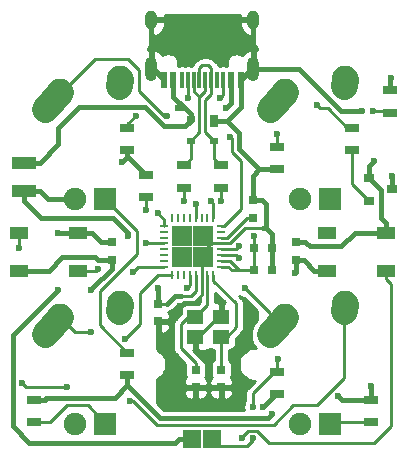
<source format=gbl>
%TF.GenerationSoftware,KiCad,Pcbnew,(5.0.0)*%
%TF.CreationDate,2019-01-27T02:24:25-08:00*%
%TF.ProjectId,Voyager4,566F7961676572342E6B696361645F70,rev?*%
%TF.SameCoordinates,Original*%
%TF.FileFunction,Copper,L2,Bot,Signal*%
%TF.FilePolarity,Positive*%
%FSLAX46Y46*%
G04 Gerber Fmt 4.6, Leading zero omitted, Abs format (unit mm)*
G04 Created by KiCad (PCBNEW (5.0.0)) date 01/27/19 02:24:25*
%MOMM*%
%LPD*%
G01*
G04 APERTURE LIST*
%ADD10C,2.250000*%
%ADD11C,2.250000*%
%ADD12C,1.905000*%
%ADD13R,1.905000X1.905000*%
%ADD14R,0.750000X0.800000*%
%ADD15R,0.800000X0.750000*%
%ADD16R,1.600000X1.000000*%
%ADD17R,2.030000X1.140000*%
%ADD18R,0.900000X0.800000*%
%ADD19R,1.300000X0.700000*%
%ADD20R,1.725000X1.725000*%
%ADD21R,0.700000X0.250000*%
%ADD22R,0.250000X0.700000*%
%ADD23R,0.700000X0.600000*%
%ADD24R,0.700000X1.000000*%
%ADD25O,1.000000X1.600000*%
%ADD26O,1.000000X2.100000*%
%ADD27R,0.300000X1.450000*%
%ADD28R,0.600000X1.450000*%
%ADD29R,1.400000X1.200000*%
%ADD30R,1.500000X1.500000*%
%ADD31C,0.600000*%
%ADD32C,0.254000*%
%ADD33C,0.381000*%
G04 APERTURE END LIST*
D10*
X61257500Y-53947500D03*
D11*
X61237500Y-54237500D02*
X61277500Y-53657500D01*
D10*
X61277500Y-53657500D03*
X55582501Y-55467500D03*
D11*
X54927500Y-56197500D02*
X56237502Y-54737500D01*
D10*
X56237500Y-54737500D03*
D12*
X57467500Y-63817500D03*
D13*
X60007500Y-63817500D03*
D14*
X69850000Y-59194000D03*
X69850000Y-60694000D03*
X67691000Y-60694000D03*
X67691000Y-59194000D03*
X72517000Y-44843000D03*
X72517000Y-46343000D03*
D15*
X72656000Y-48895000D03*
X74156000Y-48895000D03*
D14*
X64516000Y-55106000D03*
X64516000Y-53606000D03*
D15*
X72656000Y-50800000D03*
X74156000Y-50800000D03*
D14*
X60579000Y-49899000D03*
X60579000Y-48399000D03*
X76200000Y-48399000D03*
X76200000Y-49899000D03*
D16*
X52745000Y-50812500D03*
X52745000Y-47612500D03*
X57745000Y-50812500D03*
X57745000Y-47612500D03*
X83780000Y-47612500D03*
X83780000Y-50812500D03*
X78780000Y-47612500D03*
X78780000Y-50812500D03*
D17*
X53181250Y-41662500D03*
X53181250Y-44062500D03*
D10*
X61257500Y-34897500D03*
D11*
X61237500Y-35187500D02*
X61277500Y-34607500D01*
D10*
X61277500Y-34607500D03*
X55582501Y-36417500D03*
D11*
X54927500Y-37147500D02*
X56237502Y-35687500D01*
D10*
X56237500Y-35687500D03*
D12*
X57467500Y-44767500D03*
D13*
X60007500Y-44767500D03*
X79057500Y-44767500D03*
D12*
X76517500Y-44767500D03*
D10*
X75287500Y-35687500D03*
X74632501Y-36417500D03*
D11*
X73977500Y-37147500D02*
X75287502Y-35687500D01*
D10*
X80327500Y-34607500D03*
X80307500Y-34897500D03*
D11*
X80287500Y-35187500D02*
X80327500Y-34607500D01*
D10*
X80307500Y-53947500D03*
D11*
X80287500Y-54237500D02*
X80327500Y-53657500D01*
D10*
X80327500Y-53657500D03*
X74632501Y-55467500D03*
D11*
X73977500Y-56197500D02*
X75287502Y-54737500D01*
D10*
X75287500Y-54737500D03*
D12*
X76517500Y-63817500D03*
D13*
X79057500Y-63817500D03*
D18*
X84343750Y-43942000D03*
X82343750Y-42992000D03*
X82343750Y-44892000D03*
D19*
X74612500Y-61275000D03*
X74612500Y-59375000D03*
X66675000Y-41912500D03*
X66675000Y-43812500D03*
X69850000Y-43812500D03*
X69850000Y-41912500D03*
X74612500Y-42225000D03*
X74612500Y-40325000D03*
X63500000Y-42706250D03*
X63500000Y-44606250D03*
X61912500Y-38737500D03*
X61912500Y-40637500D03*
X61912500Y-59687500D03*
X61912500Y-57787500D03*
X84137500Y-35562500D03*
X84137500Y-37462500D03*
X53975000Y-63656250D03*
X53975000Y-61756250D03*
X82550000Y-63656250D03*
X82550000Y-61756250D03*
X80962500Y-38737500D03*
X80962500Y-40637500D03*
D20*
X68299500Y-49630500D03*
X66574500Y-49630500D03*
X68299500Y-47905500D03*
X66574500Y-47905500D03*
D21*
X69837000Y-50518000D03*
X69837000Y-50018000D03*
X69837000Y-49518000D03*
X69837000Y-49018000D03*
X69837000Y-48518000D03*
X69837000Y-48018000D03*
X69837000Y-47518000D03*
X69837000Y-47018000D03*
D22*
X69187000Y-46368000D03*
X68687000Y-46368000D03*
X68187000Y-46368000D03*
X67687000Y-46368000D03*
X67187000Y-46368000D03*
X66687000Y-46368000D03*
X66187000Y-46368000D03*
X65687000Y-46368000D03*
D21*
X65037000Y-47018000D03*
X65037000Y-47518000D03*
X65037000Y-48018000D03*
X65037000Y-48518000D03*
X65037000Y-49018000D03*
X65037000Y-49518000D03*
X65037000Y-50018000D03*
X65037000Y-50518000D03*
D22*
X65687000Y-51168000D03*
X66187000Y-51168000D03*
X66687000Y-51168000D03*
X67187000Y-51168000D03*
X67687000Y-51168000D03*
X68187000Y-51168000D03*
X68687000Y-51168000D03*
X69187000Y-51168000D03*
D23*
X67262500Y-39843750D03*
X69262500Y-39843750D03*
X67262500Y-37943750D03*
D24*
X69262500Y-38143750D03*
D25*
X72582500Y-29587500D03*
X63942500Y-29587500D03*
D26*
X72582500Y-33767500D03*
X63942500Y-33767500D03*
D27*
X68012500Y-34682500D03*
X68512500Y-34682500D03*
X69012500Y-34682500D03*
X67512500Y-34682500D03*
X69512500Y-34682500D03*
X67012500Y-34682500D03*
X70012500Y-34682500D03*
X66512500Y-34682500D03*
D28*
X65812500Y-34682500D03*
X70712500Y-34682500D03*
X65037500Y-34682500D03*
X71487500Y-34682500D03*
D29*
X69870500Y-54712500D03*
X67670500Y-54712500D03*
X67670500Y-56412500D03*
X69870500Y-56412500D03*
D30*
X69112500Y-65087500D03*
X67412500Y-65087500D03*
D31*
X82804000Y-41529000D03*
X81788000Y-37338000D03*
X56007000Y-47625000D03*
X61468000Y-41656000D03*
X56007000Y-52451000D03*
X72644000Y-47879000D03*
X64516000Y-52324000D03*
X58801000Y-52451000D03*
X76073000Y-51054000D03*
X73406000Y-62357000D03*
X61976000Y-47879000D03*
X62103000Y-61849000D03*
X70231000Y-37084000D03*
X66167000Y-37084000D03*
X64516000Y-45974000D03*
X65278000Y-37719000D03*
X70612000Y-39497000D03*
X61722000Y-56642000D03*
X58801000Y-56007000D03*
X66929000Y-52324000D03*
X71882000Y-52324000D03*
X68961000Y-44958000D03*
X74676000Y-58293000D03*
X72517000Y-62357000D03*
X72517000Y-65024000D03*
X63500000Y-45720000D03*
X63500000Y-48518000D03*
X59436000Y-50673000D03*
X62357000Y-50927000D03*
X66675000Y-44958000D03*
X71374000Y-49784000D03*
X69850000Y-44958000D03*
X71374000Y-48768000D03*
X74549000Y-39243000D03*
X69723000Y-36195000D03*
X67056000Y-36195000D03*
X62611000Y-37719000D03*
X71628000Y-65024000D03*
X56769000Y-60706000D03*
X52959000Y-60325000D03*
X52705000Y-48895000D03*
X82677000Y-37338000D03*
X84328000Y-42799000D03*
X84201000Y-34544000D03*
X74168000Y-62992000D03*
X82550000Y-60579000D03*
X79756000Y-61468000D03*
X67691000Y-45212000D03*
X77978000Y-36830000D03*
D32*
X69187000Y-51168000D02*
X69187000Y-51661000D01*
X69187000Y-51661000D02*
X71120000Y-53594000D01*
X71120000Y-53594000D02*
X71120000Y-55626000D01*
X70333500Y-56412500D02*
X69870500Y-56412500D01*
X71120000Y-55626000D02*
X70333500Y-56412500D01*
X69870500Y-59173500D02*
X69850000Y-59194000D01*
X69870500Y-56412500D02*
X69870500Y-59173500D01*
X69870500Y-54712500D02*
X69620500Y-54712500D01*
X67920500Y-56412500D02*
X67670500Y-56412500D01*
X69620500Y-54712500D02*
X67920500Y-56412500D01*
X67670500Y-56412500D02*
X67670500Y-57383500D01*
X67670500Y-57383500D02*
X68707000Y-58420000D01*
X68707000Y-58420000D02*
X68707000Y-60706000D01*
X67703000Y-60706000D02*
X67691000Y-60694000D01*
X68707000Y-60706000D02*
X67703000Y-60706000D01*
X69838000Y-60706000D02*
X69850000Y-60694000D01*
X68707000Y-60706000D02*
X69838000Y-60706000D01*
X65520000Y-55106000D02*
X65786000Y-55372000D01*
X64516000Y-55106000D02*
X65520000Y-55106000D01*
X65786000Y-55372000D02*
X65786000Y-57785000D01*
X65786000Y-57785000D02*
X66421000Y-58420000D01*
X66917000Y-60694000D02*
X67691000Y-60694000D01*
X66421000Y-58420000D02*
X66421000Y-60198000D01*
X66421000Y-60198000D02*
X66917000Y-60694000D01*
X65786000Y-54356000D02*
X65786000Y-55372000D01*
X66675000Y-53467000D02*
X65786000Y-54356000D01*
X67564000Y-53467000D02*
X66675000Y-53467000D01*
X68187000Y-52844000D02*
X67564000Y-53467000D01*
X68187000Y-51168000D02*
X68187000Y-52844000D01*
X69837000Y-48518000D02*
X68957000Y-48518000D01*
X68187000Y-49288000D02*
X68187000Y-51168000D01*
X68957000Y-48518000D02*
X68187000Y-49288000D01*
D33*
X71487500Y-34682500D02*
X71487500Y-36970500D01*
X70314250Y-38143750D02*
X69262500Y-38143750D01*
X71487500Y-36970500D02*
X70314250Y-38143750D01*
X72582500Y-29587500D02*
X72582500Y-33767500D01*
X72582500Y-29587500D02*
X63942500Y-29587500D01*
X63942500Y-29587500D02*
X63942500Y-33767500D01*
X64122500Y-33767500D02*
X65037500Y-34682500D01*
X63942500Y-33767500D02*
X64122500Y-33767500D01*
X72402500Y-33767500D02*
X71487500Y-34682500D01*
X72582500Y-33767500D02*
X72402500Y-33767500D01*
X61912500Y-41118750D02*
X63500000Y-42706250D01*
X61912500Y-40637500D02*
X61912500Y-41118750D01*
D32*
X70608000Y-48518000D02*
X71882000Y-47244000D01*
X69837000Y-48518000D02*
X70608000Y-48518000D01*
D33*
X76200000Y-48399000D02*
X76974000Y-48399000D01*
X76974000Y-48399000D02*
X77343000Y-48768000D01*
X74612500Y-42225000D02*
X73086000Y-42225000D01*
X72517000Y-42794000D02*
X73086000Y-42225000D01*
X72517000Y-44843000D02*
X72517000Y-42794000D01*
X74156000Y-48895000D02*
X74156000Y-50800000D01*
X74156000Y-47740000D02*
X73660000Y-47244000D01*
X74156000Y-48895000D02*
X74156000Y-47740000D01*
X73660000Y-47244000D02*
X73406000Y-47244000D01*
D32*
X71882000Y-47244000D02*
X73406000Y-47244000D01*
D33*
X82343750Y-42992000D02*
X83375500Y-44023750D01*
X82343750Y-42992000D02*
X82343750Y-41989250D01*
X82343750Y-41989250D02*
X82804000Y-41529000D01*
X81788000Y-37338000D02*
X80010000Y-37338000D01*
X76439500Y-33767500D02*
X72582500Y-33767500D01*
X80010000Y-37338000D02*
X76439500Y-33767500D01*
X57745000Y-47612500D02*
X56019500Y-47612500D01*
X56019500Y-47612500D02*
X56007000Y-47625000D01*
X61912500Y-41211500D02*
X61912500Y-41118750D01*
X61468000Y-41656000D02*
X61912500Y-41211500D01*
X66294000Y-65087500D02*
X67412500Y-65087500D01*
X65976500Y-65405000D02*
X66294000Y-65087500D01*
X53594000Y-65405000D02*
X65976500Y-65405000D01*
X52197000Y-64008000D02*
X53594000Y-65405000D01*
X52197000Y-56261000D02*
X52197000Y-64008000D01*
X56007000Y-52451000D02*
X52197000Y-56261000D01*
X73660000Y-47244000D02*
X73660000Y-45212000D01*
X73291000Y-44843000D02*
X72517000Y-44843000D01*
X73660000Y-45212000D02*
X73291000Y-44843000D01*
X71374000Y-39203500D02*
X70314250Y-38143750D01*
X71374000Y-40513000D02*
X71374000Y-39203500D01*
X73086000Y-42225000D02*
X71374000Y-40513000D01*
X58903500Y-47612500D02*
X59690000Y-48399000D01*
X57745000Y-47612500D02*
X58903500Y-47612500D01*
X60579000Y-48399000D02*
X59690000Y-48399000D01*
X81165500Y-47612500D02*
X80010000Y-48768000D01*
X83780000Y-47612500D02*
X81165500Y-47612500D01*
X77343000Y-48768000D02*
X80010000Y-48768000D01*
X83780000Y-46759500D02*
X83375500Y-46355000D01*
X83780000Y-47612500D02*
X83780000Y-46759500D01*
X83375500Y-44023750D02*
X83375500Y-46355000D01*
D32*
X68687000Y-53696000D02*
X67670500Y-54712500D01*
X68687000Y-51168000D02*
X68687000Y-53696000D01*
X67691000Y-59194000D02*
X67691000Y-58674000D01*
X67691000Y-58674000D02*
X66421000Y-57404000D01*
X66421000Y-57404000D02*
X66421000Y-55372000D01*
X67080500Y-54712500D02*
X67670500Y-54712500D01*
X66421000Y-55372000D02*
X67080500Y-54712500D01*
X69837000Y-48018000D02*
X70346000Y-48018000D01*
X72021000Y-46343000D02*
X72517000Y-46343000D01*
X70346000Y-48018000D02*
X72021000Y-46343000D01*
X69837000Y-50018000D02*
X70592000Y-50018000D01*
X71374000Y-50800000D02*
X72656000Y-50800000D01*
X70592000Y-50018000D02*
X71374000Y-50800000D01*
X69837000Y-50518000D02*
X70457000Y-50518000D01*
X70739000Y-50800000D02*
X71374000Y-50800000D01*
X70457000Y-50518000D02*
X70739000Y-50800000D01*
X72656000Y-50800000D02*
X72656000Y-48895000D01*
X72656000Y-48895000D02*
X72656000Y-47891000D01*
X72656000Y-47891000D02*
X72644000Y-47879000D01*
X67687000Y-51168000D02*
X67687000Y-52582000D01*
X67687000Y-52582000D02*
X67310000Y-52959000D01*
X67310000Y-52959000D02*
X66421000Y-52959000D01*
D33*
X64516000Y-52324000D02*
X64516000Y-53606000D01*
X60579000Y-49899000D02*
X59424000Y-49899000D01*
X59424000Y-49899000D02*
X59182000Y-49657000D01*
X59182000Y-49657000D02*
X56388000Y-49657000D01*
X55232500Y-50812500D02*
X52745000Y-50812500D01*
X56388000Y-49657000D02*
X55232500Y-50812500D01*
X60579000Y-49899000D02*
X60579000Y-50673000D01*
X60579000Y-50673000D02*
X58928000Y-52324000D01*
X58928000Y-52324000D02*
X58801000Y-52451000D01*
X76200000Y-49899000D02*
X76200000Y-50927000D01*
X76200000Y-50927000D02*
X76073000Y-51054000D01*
X74612500Y-61275000D02*
X74488000Y-61275000D01*
X74488000Y-61275000D02*
X73406000Y-62357000D01*
X53181250Y-44062500D02*
X54483000Y-44062500D01*
X55188000Y-44767500D02*
X54483000Y-44062500D01*
X57467500Y-44767500D02*
X55188000Y-44767500D01*
X65925000Y-52959000D02*
X65278000Y-53606000D01*
X66421000Y-52959000D02*
X65925000Y-52959000D01*
D32*
X65278000Y-53606000D02*
X64516000Y-53606000D01*
D33*
X77748500Y-50812500D02*
X76835000Y-49899000D01*
X78780000Y-50812500D02*
X77748500Y-50812500D01*
X76200000Y-49899000D02*
X76835000Y-49899000D01*
X53181250Y-44926250D02*
X53181250Y-44062500D01*
X54610000Y-46355000D02*
X53181250Y-44926250D01*
X60706000Y-46355000D02*
X54610000Y-46355000D01*
X61976000Y-47879000D02*
X61976000Y-47625000D01*
X61976000Y-47625000D02*
X60706000Y-46355000D01*
D32*
X80287500Y-59920500D02*
X80287500Y-54237500D01*
X62357000Y-61849000D02*
X64389000Y-63881000D01*
X64389000Y-63881000D02*
X74295000Y-63881000D01*
X62103000Y-61849000D02*
X62357000Y-61849000D01*
X74295000Y-63881000D02*
X75946000Y-62230000D01*
X75946000Y-62230000D02*
X77978000Y-62230000D01*
X77978000Y-62230000D02*
X80287500Y-59920500D01*
D33*
X65812500Y-34682500D02*
X65812500Y-36094500D01*
X67262500Y-37544500D02*
X67262500Y-37943750D01*
X66167000Y-37084000D02*
X66802000Y-37084000D01*
X65812500Y-36094500D02*
X66802000Y-37084000D01*
X66802000Y-37084000D02*
X67262500Y-37544500D01*
X67262500Y-37943750D02*
X67262500Y-38147500D01*
X67262500Y-38147500D02*
X66802000Y-38608000D01*
X66802000Y-38608000D02*
X65024000Y-38608000D01*
X65024000Y-38608000D02*
X63373000Y-36957000D01*
X63373000Y-36957000D02*
X57785000Y-36957000D01*
X57785000Y-36957000D02*
X56007000Y-38735000D01*
X56007000Y-38735000D02*
X56007000Y-40132000D01*
X54476500Y-41662500D02*
X53181250Y-41662500D01*
X56007000Y-40132000D02*
X54476500Y-41662500D01*
X70712500Y-36602500D02*
X70231000Y-37084000D01*
X70712500Y-34682500D02*
X70712500Y-36602500D01*
D32*
X65037000Y-47018000D02*
X65037000Y-46495000D01*
X65037000Y-46495000D02*
X64516000Y-45974000D01*
X65024000Y-37719000D02*
X65278000Y-37719000D01*
X62928500Y-35623500D02*
X65024000Y-37719000D01*
X62928500Y-33845500D02*
X62928500Y-35623500D01*
X61976000Y-32893000D02*
X62928500Y-33845500D01*
X54927500Y-37147500D02*
X59182000Y-32893000D01*
X59182000Y-32893000D02*
X61976000Y-32893000D01*
X70076000Y-47018000D02*
X69837000Y-47018000D01*
X71501000Y-45593000D02*
X70076000Y-47018000D01*
X71501000Y-41529000D02*
X71501000Y-45593000D01*
X70739000Y-40767000D02*
X71501000Y-41529000D01*
X70612000Y-39497000D02*
X70739000Y-39624000D01*
X70739000Y-39624000D02*
X70739000Y-40767000D01*
X65687000Y-51168000D02*
X64529000Y-51168000D01*
X64529000Y-51168000D02*
X62992000Y-52705000D01*
X62992000Y-52705000D02*
X62992000Y-55372000D01*
X62992000Y-55372000D02*
X61722000Y-56642000D01*
X57507000Y-56007000D02*
X56237500Y-54737500D01*
X58801000Y-56007000D02*
X57507000Y-56007000D01*
X67187000Y-51168000D02*
X67187000Y-52066000D01*
X67187000Y-52066000D02*
X66929000Y-52324000D01*
X73977500Y-54419500D02*
X71882000Y-52324000D01*
X73977500Y-56197500D02*
X73977500Y-54419500D01*
X69187000Y-46368000D02*
X69187000Y-45184000D01*
X69187000Y-45184000D02*
X68961000Y-44958000D01*
X74612500Y-59375000D02*
X74612500Y-58356500D01*
X74612500Y-58356500D02*
X74676000Y-58293000D01*
X74612500Y-59375000D02*
X74356000Y-59375000D01*
X74356000Y-59375000D02*
X72517000Y-61214000D01*
X72517000Y-61214000D02*
X72517000Y-62357000D01*
X69684000Y-65659000D02*
X69112500Y-65087500D01*
X72009000Y-65659000D02*
X69684000Y-65659000D01*
X72517000Y-65024000D02*
X72517000Y-65151000D01*
X72517000Y-65151000D02*
X72009000Y-65659000D01*
X63500000Y-45720000D02*
X63500000Y-44606250D01*
X65037000Y-48518000D02*
X63500000Y-48518000D01*
X57745000Y-50812500D02*
X59296500Y-50812500D01*
X59296500Y-50812500D02*
X59436000Y-50673000D01*
X65037000Y-50518000D02*
X62766000Y-50518000D01*
X62766000Y-50518000D02*
X62357000Y-50927000D01*
X66675000Y-43812500D02*
X66675000Y-44958000D01*
X71112010Y-49522010D02*
X69837000Y-49522010D01*
X71374000Y-49784000D02*
X71112010Y-49522010D01*
X67512500Y-35635500D02*
X67512500Y-34682500D01*
X68008500Y-36131500D02*
X67512500Y-35635500D01*
X68008500Y-39097750D02*
X68008500Y-36131500D01*
X67262500Y-39843750D02*
X68008500Y-39097750D01*
X68512500Y-35627500D02*
X68008500Y-36131500D01*
X68512500Y-34682500D02*
X68512500Y-35627500D01*
X67262500Y-41325000D02*
X66675000Y-41912500D01*
X67262500Y-39843750D02*
X67262500Y-41325000D01*
X69850000Y-44958000D02*
X69850000Y-43812500D01*
X69837000Y-49018000D02*
X71124000Y-49018000D01*
X71124000Y-49018000D02*
X71374000Y-48768000D01*
X68012500Y-34682500D02*
X68012500Y-33651000D01*
X68012500Y-33651000D02*
X68262500Y-33401000D01*
X68262500Y-33401000D02*
X68770500Y-33401000D01*
X69012500Y-33643000D02*
X69012500Y-34682500D01*
X68770500Y-33401000D02*
X69012500Y-33643000D01*
X69012500Y-34682500D02*
X69012500Y-35889500D01*
X69012500Y-35889500D02*
X68516500Y-36385500D01*
X68516500Y-39097750D02*
X69262500Y-39843750D01*
X68516500Y-36385500D02*
X68516500Y-39097750D01*
X69262500Y-41325000D02*
X69850000Y-41912500D01*
X69262500Y-39843750D02*
X69262500Y-41325000D01*
X74612500Y-40325000D02*
X74612500Y-39306500D01*
X74612500Y-39306500D02*
X74549000Y-39243000D01*
X70012500Y-35905500D02*
X70012500Y-34682500D01*
X69723000Y-36195000D02*
X70012500Y-35905500D01*
X67012500Y-34682500D02*
X67012500Y-36151500D01*
X67012500Y-36151500D02*
X67056000Y-36195000D01*
X61912500Y-38417500D02*
X61912500Y-38737500D01*
X62611000Y-37719000D02*
X61912500Y-38417500D01*
X56769000Y-60706000D02*
X53340000Y-60706000D01*
X53340000Y-60706000D02*
X52959000Y-60325000D01*
X52745000Y-48855000D02*
X52745000Y-47612500D01*
X52705000Y-48895000D02*
X52745000Y-48855000D01*
X71628000Y-64897000D02*
X72136000Y-64389000D01*
X71628000Y-65024000D02*
X71628000Y-64897000D01*
X72136000Y-64389000D02*
X72898000Y-64389000D01*
X72898000Y-64389000D02*
X73914000Y-65405000D01*
X73914000Y-65405000D02*
X82804000Y-65405000D01*
X82804000Y-65405000D02*
X84201000Y-64008000D01*
X83780000Y-51522000D02*
X84201000Y-51943000D01*
X83780000Y-50812500D02*
X83780000Y-51522000D01*
X84201000Y-64008000D02*
X84201000Y-51943000D01*
X61468000Y-46228000D02*
X60007500Y-44767500D01*
X62738000Y-47498000D02*
X61468000Y-46228000D01*
X62738000Y-49403000D02*
X62738000Y-47498000D01*
X59563000Y-52578000D02*
X62738000Y-49403000D01*
X61912500Y-57787500D02*
X59563000Y-55438000D01*
X59563000Y-55438000D02*
X59563000Y-52578000D01*
X84013000Y-37338000D02*
X84137500Y-37462500D01*
X82677000Y-37338000D02*
X84013000Y-37338000D01*
X60007500Y-63817500D02*
X60007500Y-63690500D01*
X60007500Y-63690500D02*
X58547000Y-62230000D01*
X58547000Y-62230000D02*
X56769000Y-62230000D01*
X55342750Y-63656250D02*
X53975000Y-63656250D01*
X56769000Y-62230000D02*
X55342750Y-63656250D01*
X79218750Y-63656250D02*
X79057500Y-63817500D01*
X82550000Y-63656250D02*
X79218750Y-63656250D01*
D33*
X84328000Y-43926250D02*
X84343750Y-43942000D01*
X84328000Y-42799000D02*
X84328000Y-43926250D01*
X84137500Y-34607500D02*
X84137500Y-35562500D01*
X84201000Y-34544000D02*
X84137500Y-34607500D01*
X61912500Y-59687500D02*
X61912500Y-60515500D01*
X80298250Y-61756250D02*
X82550000Y-61756250D01*
X54898250Y-61756250D02*
X53975000Y-61756250D01*
X55059500Y-61595000D02*
X54898250Y-61756250D01*
X61912500Y-60515500D02*
X60833000Y-61595000D01*
X60833000Y-61595000D02*
X55059500Y-61595000D01*
X82550000Y-61756250D02*
X82550000Y-60579000D01*
X73850500Y-63309500D02*
X74168000Y-62992000D01*
X61912500Y-60515500D02*
X64706500Y-63309500D01*
X64706500Y-63309500D02*
X73850500Y-63309500D01*
X80044250Y-61756250D02*
X80298250Y-61756250D01*
X79756000Y-61468000D02*
X80044250Y-61756250D01*
D32*
X80962500Y-43510750D02*
X82343750Y-44892000D01*
X80962500Y-40637500D02*
X80962500Y-43510750D01*
X67687000Y-46368000D02*
X67687000Y-45216000D01*
X67687000Y-45216000D02*
X67691000Y-45212000D01*
X80520500Y-38737500D02*
X80962500Y-38737500D01*
X78867000Y-37084000D02*
X80520500Y-38737500D01*
X77978000Y-36830000D02*
X78232000Y-37084000D01*
X78232000Y-37084000D02*
X78867000Y-37084000D01*
G36*
X71499268Y-53040041D02*
X71646315Y-53100949D01*
X71789383Y-53129407D01*
X72898000Y-54238025D01*
X72898000Y-54955402D01*
X72708473Y-55166630D01*
X72565843Y-55360971D01*
X72429769Y-55652446D01*
X72353174Y-55964867D01*
X72339000Y-56286226D01*
X72387793Y-56604176D01*
X72497677Y-56906499D01*
X72664430Y-57181575D01*
X72822747Y-57354500D01*
X72571286Y-57354500D01*
X72304094Y-57407648D01*
X72052404Y-57511901D01*
X71825889Y-57663254D01*
X71633254Y-57855889D01*
X71481901Y-58082404D01*
X71377648Y-58334094D01*
X71324500Y-58601286D01*
X71324500Y-58873714D01*
X71377648Y-59140906D01*
X71481901Y-59392596D01*
X71633254Y-59619111D01*
X71825889Y-59811746D01*
X72052404Y-59963099D01*
X72304094Y-60067352D01*
X72571286Y-60120500D01*
X72712475Y-60120500D01*
X72090050Y-60742926D01*
X72065815Y-60762815D01*
X71986463Y-60859507D01*
X71927498Y-60969821D01*
X71891188Y-61089519D01*
X71882000Y-61182809D01*
X71882000Y-61182819D01*
X71878929Y-61214000D01*
X71882000Y-61245182D01*
X71882001Y-61852982D01*
X71800959Y-61974268D01*
X71740051Y-62121315D01*
X71709000Y-62277419D01*
X71709000Y-62436581D01*
X71740051Y-62592685D01*
X71747637Y-62611000D01*
X64995828Y-62611000D01*
X64420750Y-62035922D01*
X64420750Y-60979750D01*
X66681000Y-60979750D01*
X66681000Y-61156542D01*
X66705403Y-61279223D01*
X66753270Y-61394785D01*
X66822763Y-61498789D01*
X66911211Y-61587237D01*
X67015215Y-61656730D01*
X67130777Y-61704597D01*
X67253458Y-61729000D01*
X67405250Y-61729000D01*
X67564000Y-61570250D01*
X67564000Y-60821000D01*
X67818000Y-60821000D01*
X67818000Y-61570250D01*
X67976750Y-61729000D01*
X68128542Y-61729000D01*
X68251223Y-61704597D01*
X68366785Y-61656730D01*
X68470789Y-61587237D01*
X68559237Y-61498789D01*
X68628730Y-61394785D01*
X68676597Y-61279223D01*
X68701000Y-61156542D01*
X68701000Y-60979750D01*
X68840000Y-60979750D01*
X68840000Y-61156542D01*
X68864403Y-61279223D01*
X68912270Y-61394785D01*
X68981763Y-61498789D01*
X69070211Y-61587237D01*
X69174215Y-61656730D01*
X69289777Y-61704597D01*
X69412458Y-61729000D01*
X69564250Y-61729000D01*
X69723000Y-61570250D01*
X69723000Y-60821000D01*
X69977000Y-60821000D01*
X69977000Y-61570250D01*
X70135750Y-61729000D01*
X70287542Y-61729000D01*
X70410223Y-61704597D01*
X70525785Y-61656730D01*
X70629789Y-61587237D01*
X70718237Y-61498789D01*
X70787730Y-61394785D01*
X70835597Y-61279223D01*
X70860000Y-61156542D01*
X70860000Y-60979750D01*
X70701250Y-60821000D01*
X69977000Y-60821000D01*
X69723000Y-60821000D01*
X68998750Y-60821000D01*
X68840000Y-60979750D01*
X68701000Y-60979750D01*
X68542250Y-60821000D01*
X67818000Y-60821000D01*
X67564000Y-60821000D01*
X66839750Y-60821000D01*
X66681000Y-60979750D01*
X64420750Y-60979750D01*
X64420750Y-59984574D01*
X64472596Y-59963099D01*
X64699111Y-59811746D01*
X64891746Y-59619111D01*
X65043099Y-59392596D01*
X65147352Y-59140906D01*
X65200500Y-58873714D01*
X65200500Y-58601286D01*
X65147352Y-58334094D01*
X65043099Y-58082404D01*
X64891746Y-57855889D01*
X64699111Y-57663254D01*
X64472596Y-57511901D01*
X64420750Y-57490426D01*
X64420750Y-55233000D01*
X64643000Y-55233000D01*
X64643000Y-55982250D01*
X64801750Y-56141000D01*
X64953542Y-56141000D01*
X65076223Y-56116597D01*
X65191785Y-56068730D01*
X65295789Y-55999237D01*
X65384237Y-55910789D01*
X65453730Y-55806785D01*
X65501597Y-55691223D01*
X65526000Y-55568542D01*
X65526000Y-55391750D01*
X65367250Y-55233000D01*
X64643000Y-55233000D01*
X64420750Y-55233000D01*
X64420750Y-54959000D01*
X64643000Y-54959000D01*
X64643000Y-54979000D01*
X65367250Y-54979000D01*
X65526000Y-54820250D01*
X65526000Y-54643458D01*
X65501597Y-54520777D01*
X65453730Y-54405215D01*
X65384237Y-54301211D01*
X65380781Y-54297755D01*
X65414929Y-54294392D01*
X65546598Y-54254451D01*
X65667943Y-54189591D01*
X65747653Y-54124174D01*
X66214328Y-53657500D01*
X66455309Y-53657500D01*
X66557930Y-53647393D01*
X66689597Y-53607452D01*
X66714764Y-53594000D01*
X67278819Y-53594000D01*
X67310000Y-53597071D01*
X67341181Y-53594000D01*
X67341192Y-53594000D01*
X67434482Y-53584812D01*
X67554180Y-53548502D01*
X67664494Y-53489537D01*
X67761185Y-53410185D01*
X67781074Y-53385950D01*
X68052001Y-53115024D01*
X68052001Y-53432974D01*
X67882932Y-53602043D01*
X66970500Y-53602043D01*
X66870915Y-53611851D01*
X66775157Y-53640899D01*
X66686905Y-53688071D01*
X66609552Y-53751552D01*
X66546071Y-53828905D01*
X66498899Y-53917157D01*
X66469851Y-54012915D01*
X66460043Y-54112500D01*
X66460043Y-54434932D01*
X65994046Y-54900930D01*
X65969816Y-54920815D01*
X65929341Y-54970134D01*
X65890463Y-55017507D01*
X65831498Y-55127821D01*
X65814588Y-55183568D01*
X65796549Y-55243037D01*
X65795189Y-55247519D01*
X65782929Y-55372000D01*
X65786001Y-55403191D01*
X65786000Y-57372819D01*
X65782929Y-57404000D01*
X65786000Y-57435181D01*
X65786000Y-57435191D01*
X65795188Y-57528481D01*
X65831498Y-57648179D01*
X65890463Y-57758493D01*
X65969815Y-57855185D01*
X65994050Y-57875074D01*
X66815175Y-58696200D01*
X66805543Y-58794000D01*
X66805543Y-59594000D01*
X66815351Y-59693585D01*
X66844399Y-59789343D01*
X66871649Y-59840325D01*
X66822763Y-59889211D01*
X66753270Y-59993215D01*
X66705403Y-60108777D01*
X66681000Y-60231458D01*
X66681000Y-60408250D01*
X66839750Y-60567000D01*
X67564000Y-60567000D01*
X67564000Y-60547000D01*
X67818000Y-60547000D01*
X67818000Y-60567000D01*
X68542250Y-60567000D01*
X68701000Y-60408250D01*
X68701000Y-60231458D01*
X68676597Y-60108777D01*
X68628730Y-59993215D01*
X68559237Y-59889211D01*
X68510351Y-59840325D01*
X68537601Y-59789343D01*
X68566649Y-59693585D01*
X68576457Y-59594000D01*
X68576457Y-58794000D01*
X68566649Y-58694415D01*
X68537601Y-58598657D01*
X68490429Y-58510405D01*
X68426948Y-58433052D01*
X68349595Y-58369571D01*
X68261343Y-58322399D01*
X68211505Y-58307281D01*
X68162068Y-58247043D01*
X68142185Y-58222815D01*
X68117955Y-58202930D01*
X67473637Y-57558613D01*
X67543500Y-57488750D01*
X67543500Y-56539500D01*
X67523500Y-56539500D01*
X67523500Y-56285500D01*
X67543500Y-56285500D01*
X67543500Y-56265500D01*
X67797500Y-56265500D01*
X67797500Y-56285500D01*
X67817500Y-56285500D01*
X67817500Y-56539500D01*
X67797500Y-56539500D01*
X67797500Y-57488750D01*
X67956250Y-57647500D01*
X68433042Y-57647500D01*
X68555723Y-57623097D01*
X68671285Y-57575230D01*
X68775289Y-57505737D01*
X68863393Y-57417633D01*
X68886905Y-57436929D01*
X68975157Y-57484101D01*
X69070915Y-57513149D01*
X69170500Y-57522957D01*
X69235500Y-57522957D01*
X69235501Y-58346001D01*
X69191405Y-58369571D01*
X69114052Y-58433052D01*
X69050571Y-58510405D01*
X69003399Y-58598657D01*
X68974351Y-58694415D01*
X68964543Y-58794000D01*
X68964543Y-59594000D01*
X68974351Y-59693585D01*
X69003399Y-59789343D01*
X69030649Y-59840325D01*
X68981763Y-59889211D01*
X68912270Y-59993215D01*
X68864403Y-60108777D01*
X68840000Y-60231458D01*
X68840000Y-60408250D01*
X68998750Y-60567000D01*
X69723000Y-60567000D01*
X69723000Y-60547000D01*
X69977000Y-60547000D01*
X69977000Y-60567000D01*
X70701250Y-60567000D01*
X70860000Y-60408250D01*
X70860000Y-60231458D01*
X70835597Y-60108777D01*
X70787730Y-59993215D01*
X70718237Y-59889211D01*
X70669351Y-59840325D01*
X70696601Y-59789343D01*
X70725649Y-59693585D01*
X70735457Y-59594000D01*
X70735457Y-58794000D01*
X70725649Y-58694415D01*
X70696601Y-58598657D01*
X70649429Y-58510405D01*
X70585948Y-58433052D01*
X70508595Y-58369571D01*
X70505500Y-58367917D01*
X70505500Y-57522957D01*
X70570500Y-57522957D01*
X70670085Y-57513149D01*
X70765843Y-57484101D01*
X70854095Y-57436929D01*
X70931448Y-57373448D01*
X70994929Y-57296095D01*
X71042101Y-57207843D01*
X71071149Y-57112085D01*
X71080957Y-57012500D01*
X71080957Y-56563067D01*
X71546955Y-56097070D01*
X71571185Y-56077185D01*
X71650537Y-55980494D01*
X71709502Y-55870180D01*
X71745812Y-55750482D01*
X71755000Y-55657192D01*
X71755000Y-55657181D01*
X71758071Y-55626000D01*
X71755000Y-55594819D01*
X71755000Y-53625189D01*
X71758072Y-53594000D01*
X71753591Y-53548502D01*
X71745812Y-53469518D01*
X71709502Y-53349820D01*
X71690085Y-53313493D01*
X71650538Y-53239506D01*
X71591069Y-53167043D01*
X71591065Y-53167039D01*
X71571185Y-53142815D01*
X71546962Y-53122936D01*
X71393182Y-52969156D01*
X71499268Y-53040041D01*
X71499268Y-53040041D01*
G37*
X71499268Y-53040041D02*
X71646315Y-53100949D01*
X71789383Y-53129407D01*
X72898000Y-54238025D01*
X72898000Y-54955402D01*
X72708473Y-55166630D01*
X72565843Y-55360971D01*
X72429769Y-55652446D01*
X72353174Y-55964867D01*
X72339000Y-56286226D01*
X72387793Y-56604176D01*
X72497677Y-56906499D01*
X72664430Y-57181575D01*
X72822747Y-57354500D01*
X72571286Y-57354500D01*
X72304094Y-57407648D01*
X72052404Y-57511901D01*
X71825889Y-57663254D01*
X71633254Y-57855889D01*
X71481901Y-58082404D01*
X71377648Y-58334094D01*
X71324500Y-58601286D01*
X71324500Y-58873714D01*
X71377648Y-59140906D01*
X71481901Y-59392596D01*
X71633254Y-59619111D01*
X71825889Y-59811746D01*
X72052404Y-59963099D01*
X72304094Y-60067352D01*
X72571286Y-60120500D01*
X72712475Y-60120500D01*
X72090050Y-60742926D01*
X72065815Y-60762815D01*
X71986463Y-60859507D01*
X71927498Y-60969821D01*
X71891188Y-61089519D01*
X71882000Y-61182809D01*
X71882000Y-61182819D01*
X71878929Y-61214000D01*
X71882000Y-61245182D01*
X71882001Y-61852982D01*
X71800959Y-61974268D01*
X71740051Y-62121315D01*
X71709000Y-62277419D01*
X71709000Y-62436581D01*
X71740051Y-62592685D01*
X71747637Y-62611000D01*
X64995828Y-62611000D01*
X64420750Y-62035922D01*
X64420750Y-60979750D01*
X66681000Y-60979750D01*
X66681000Y-61156542D01*
X66705403Y-61279223D01*
X66753270Y-61394785D01*
X66822763Y-61498789D01*
X66911211Y-61587237D01*
X67015215Y-61656730D01*
X67130777Y-61704597D01*
X67253458Y-61729000D01*
X67405250Y-61729000D01*
X67564000Y-61570250D01*
X67564000Y-60821000D01*
X67818000Y-60821000D01*
X67818000Y-61570250D01*
X67976750Y-61729000D01*
X68128542Y-61729000D01*
X68251223Y-61704597D01*
X68366785Y-61656730D01*
X68470789Y-61587237D01*
X68559237Y-61498789D01*
X68628730Y-61394785D01*
X68676597Y-61279223D01*
X68701000Y-61156542D01*
X68701000Y-60979750D01*
X68840000Y-60979750D01*
X68840000Y-61156542D01*
X68864403Y-61279223D01*
X68912270Y-61394785D01*
X68981763Y-61498789D01*
X69070211Y-61587237D01*
X69174215Y-61656730D01*
X69289777Y-61704597D01*
X69412458Y-61729000D01*
X69564250Y-61729000D01*
X69723000Y-61570250D01*
X69723000Y-60821000D01*
X69977000Y-60821000D01*
X69977000Y-61570250D01*
X70135750Y-61729000D01*
X70287542Y-61729000D01*
X70410223Y-61704597D01*
X70525785Y-61656730D01*
X70629789Y-61587237D01*
X70718237Y-61498789D01*
X70787730Y-61394785D01*
X70835597Y-61279223D01*
X70860000Y-61156542D01*
X70860000Y-60979750D01*
X70701250Y-60821000D01*
X69977000Y-60821000D01*
X69723000Y-60821000D01*
X68998750Y-60821000D01*
X68840000Y-60979750D01*
X68701000Y-60979750D01*
X68542250Y-60821000D01*
X67818000Y-60821000D01*
X67564000Y-60821000D01*
X66839750Y-60821000D01*
X66681000Y-60979750D01*
X64420750Y-60979750D01*
X64420750Y-59984574D01*
X64472596Y-59963099D01*
X64699111Y-59811746D01*
X64891746Y-59619111D01*
X65043099Y-59392596D01*
X65147352Y-59140906D01*
X65200500Y-58873714D01*
X65200500Y-58601286D01*
X65147352Y-58334094D01*
X65043099Y-58082404D01*
X64891746Y-57855889D01*
X64699111Y-57663254D01*
X64472596Y-57511901D01*
X64420750Y-57490426D01*
X64420750Y-55233000D01*
X64643000Y-55233000D01*
X64643000Y-55982250D01*
X64801750Y-56141000D01*
X64953542Y-56141000D01*
X65076223Y-56116597D01*
X65191785Y-56068730D01*
X65295789Y-55999237D01*
X65384237Y-55910789D01*
X65453730Y-55806785D01*
X65501597Y-55691223D01*
X65526000Y-55568542D01*
X65526000Y-55391750D01*
X65367250Y-55233000D01*
X64643000Y-55233000D01*
X64420750Y-55233000D01*
X64420750Y-54959000D01*
X64643000Y-54959000D01*
X64643000Y-54979000D01*
X65367250Y-54979000D01*
X65526000Y-54820250D01*
X65526000Y-54643458D01*
X65501597Y-54520777D01*
X65453730Y-54405215D01*
X65384237Y-54301211D01*
X65380781Y-54297755D01*
X65414929Y-54294392D01*
X65546598Y-54254451D01*
X65667943Y-54189591D01*
X65747653Y-54124174D01*
X66214328Y-53657500D01*
X66455309Y-53657500D01*
X66557930Y-53647393D01*
X66689597Y-53607452D01*
X66714764Y-53594000D01*
X67278819Y-53594000D01*
X67310000Y-53597071D01*
X67341181Y-53594000D01*
X67341192Y-53594000D01*
X67434482Y-53584812D01*
X67554180Y-53548502D01*
X67664494Y-53489537D01*
X67761185Y-53410185D01*
X67781074Y-53385950D01*
X68052001Y-53115024D01*
X68052001Y-53432974D01*
X67882932Y-53602043D01*
X66970500Y-53602043D01*
X66870915Y-53611851D01*
X66775157Y-53640899D01*
X66686905Y-53688071D01*
X66609552Y-53751552D01*
X66546071Y-53828905D01*
X66498899Y-53917157D01*
X66469851Y-54012915D01*
X66460043Y-54112500D01*
X66460043Y-54434932D01*
X65994046Y-54900930D01*
X65969816Y-54920815D01*
X65929341Y-54970134D01*
X65890463Y-55017507D01*
X65831498Y-55127821D01*
X65814588Y-55183568D01*
X65796549Y-55243037D01*
X65795189Y-55247519D01*
X65782929Y-55372000D01*
X65786001Y-55403191D01*
X65786000Y-57372819D01*
X65782929Y-57404000D01*
X65786000Y-57435181D01*
X65786000Y-57435191D01*
X65795188Y-57528481D01*
X65831498Y-57648179D01*
X65890463Y-57758493D01*
X65969815Y-57855185D01*
X65994050Y-57875074D01*
X66815175Y-58696200D01*
X66805543Y-58794000D01*
X66805543Y-59594000D01*
X66815351Y-59693585D01*
X66844399Y-59789343D01*
X66871649Y-59840325D01*
X66822763Y-59889211D01*
X66753270Y-59993215D01*
X66705403Y-60108777D01*
X66681000Y-60231458D01*
X66681000Y-60408250D01*
X66839750Y-60567000D01*
X67564000Y-60567000D01*
X67564000Y-60547000D01*
X67818000Y-60547000D01*
X67818000Y-60567000D01*
X68542250Y-60567000D01*
X68701000Y-60408250D01*
X68701000Y-60231458D01*
X68676597Y-60108777D01*
X68628730Y-59993215D01*
X68559237Y-59889211D01*
X68510351Y-59840325D01*
X68537601Y-59789343D01*
X68566649Y-59693585D01*
X68576457Y-59594000D01*
X68576457Y-58794000D01*
X68566649Y-58694415D01*
X68537601Y-58598657D01*
X68490429Y-58510405D01*
X68426948Y-58433052D01*
X68349595Y-58369571D01*
X68261343Y-58322399D01*
X68211505Y-58307281D01*
X68162068Y-58247043D01*
X68142185Y-58222815D01*
X68117955Y-58202930D01*
X67473637Y-57558613D01*
X67543500Y-57488750D01*
X67543500Y-56539500D01*
X67523500Y-56539500D01*
X67523500Y-56285500D01*
X67543500Y-56285500D01*
X67543500Y-56265500D01*
X67797500Y-56265500D01*
X67797500Y-56285500D01*
X67817500Y-56285500D01*
X67817500Y-56539500D01*
X67797500Y-56539500D01*
X67797500Y-57488750D01*
X67956250Y-57647500D01*
X68433042Y-57647500D01*
X68555723Y-57623097D01*
X68671285Y-57575230D01*
X68775289Y-57505737D01*
X68863393Y-57417633D01*
X68886905Y-57436929D01*
X68975157Y-57484101D01*
X69070915Y-57513149D01*
X69170500Y-57522957D01*
X69235500Y-57522957D01*
X69235501Y-58346001D01*
X69191405Y-58369571D01*
X69114052Y-58433052D01*
X69050571Y-58510405D01*
X69003399Y-58598657D01*
X68974351Y-58694415D01*
X68964543Y-58794000D01*
X68964543Y-59594000D01*
X68974351Y-59693585D01*
X69003399Y-59789343D01*
X69030649Y-59840325D01*
X68981763Y-59889211D01*
X68912270Y-59993215D01*
X68864403Y-60108777D01*
X68840000Y-60231458D01*
X68840000Y-60408250D01*
X68998750Y-60567000D01*
X69723000Y-60567000D01*
X69723000Y-60547000D01*
X69977000Y-60547000D01*
X69977000Y-60567000D01*
X70701250Y-60567000D01*
X70860000Y-60408250D01*
X70860000Y-60231458D01*
X70835597Y-60108777D01*
X70787730Y-59993215D01*
X70718237Y-59889211D01*
X70669351Y-59840325D01*
X70696601Y-59789343D01*
X70725649Y-59693585D01*
X70735457Y-59594000D01*
X70735457Y-58794000D01*
X70725649Y-58694415D01*
X70696601Y-58598657D01*
X70649429Y-58510405D01*
X70585948Y-58433052D01*
X70508595Y-58369571D01*
X70505500Y-58367917D01*
X70505500Y-57522957D01*
X70570500Y-57522957D01*
X70670085Y-57513149D01*
X70765843Y-57484101D01*
X70854095Y-57436929D01*
X70931448Y-57373448D01*
X70994929Y-57296095D01*
X71042101Y-57207843D01*
X71071149Y-57112085D01*
X71080957Y-57012500D01*
X71080957Y-56563067D01*
X71546955Y-56097070D01*
X71571185Y-56077185D01*
X71650537Y-55980494D01*
X71709502Y-55870180D01*
X71745812Y-55750482D01*
X71755000Y-55657192D01*
X71755000Y-55657181D01*
X71758071Y-55626000D01*
X71755000Y-55594819D01*
X71755000Y-53625189D01*
X71758072Y-53594000D01*
X71753591Y-53548502D01*
X71745812Y-53469518D01*
X71709502Y-53349820D01*
X71690085Y-53313493D01*
X71650538Y-53239506D01*
X71591069Y-53167043D01*
X71591065Y-53167039D01*
X71571185Y-53142815D01*
X71546962Y-53122936D01*
X71393182Y-52969156D01*
X71499268Y-53040041D01*
G36*
X70130862Y-53502888D02*
X69997500Y-53636250D01*
X69997500Y-54585500D01*
X70017500Y-54585500D01*
X70017500Y-54839500D01*
X69997500Y-54839500D01*
X69997500Y-54859500D01*
X69743500Y-54859500D01*
X69743500Y-54839500D01*
X69723500Y-54839500D01*
X69723500Y-54585500D01*
X69743500Y-54585500D01*
X69743500Y-53636250D01*
X69584750Y-53477500D01*
X69322000Y-53477500D01*
X69322000Y-52694025D01*
X70130862Y-53502888D01*
X70130862Y-53502888D01*
G37*
X70130862Y-53502888D02*
X69997500Y-53636250D01*
X69997500Y-54585500D01*
X70017500Y-54585500D01*
X70017500Y-54839500D01*
X69997500Y-54839500D01*
X69997500Y-54859500D01*
X69743500Y-54859500D01*
X69743500Y-54839500D01*
X69723500Y-54839500D01*
X69723500Y-54585500D01*
X69743500Y-54585500D01*
X69743500Y-53636250D01*
X69584750Y-53477500D01*
X69322000Y-53477500D01*
X69322000Y-52694025D01*
X70130862Y-53502888D01*
G36*
X71551903Y-34798000D02*
X71522957Y-34798000D01*
X71522957Y-34730658D01*
X71551903Y-34798000D01*
X71551903Y-34798000D01*
G37*
X71551903Y-34798000D02*
X71522957Y-34798000D01*
X71522957Y-34730658D01*
X71551903Y-34798000D01*
G36*
X65002043Y-34798000D02*
X64973097Y-34798000D01*
X65002043Y-34730658D01*
X65002043Y-34798000D01*
X65002043Y-34798000D01*
G37*
X65002043Y-34798000D02*
X64973097Y-34798000D01*
X65002043Y-34730658D01*
X65002043Y-34798000D01*
G36*
X71447500Y-29160500D02*
X71447500Y-29460500D01*
X72442000Y-29460500D01*
X72442000Y-29714500D01*
X71447500Y-29714500D01*
X71447500Y-30014500D01*
X71494085Y-30233487D01*
X71582497Y-30439178D01*
X71709339Y-30623669D01*
X71869736Y-30779869D01*
X72057524Y-30901776D01*
X72280626Y-30981619D01*
X72442001Y-30865193D01*
X72442001Y-30984883D01*
X72444453Y-31009778D01*
X72444419Y-31014630D01*
X72445213Y-31022732D01*
X72461406Y-31176797D01*
X72472026Y-31228534D01*
X72481932Y-31280462D01*
X72484285Y-31288255D01*
X72530094Y-31436239D01*
X72550580Y-31484973D01*
X72570364Y-31533940D01*
X72574185Y-31541128D01*
X72647865Y-31677397D01*
X72677426Y-31721224D01*
X72706348Y-31765420D01*
X72711492Y-31771728D01*
X72810239Y-31891091D01*
X72847731Y-31928322D01*
X72884701Y-31966075D01*
X72890973Y-31971264D01*
X72898000Y-31976995D01*
X72898000Y-32128257D01*
X72884374Y-32123381D01*
X72709500Y-32249546D01*
X72709500Y-33640500D01*
X72729500Y-33640500D01*
X72729500Y-33894500D01*
X72709500Y-33894500D01*
X72709500Y-33914500D01*
X72455500Y-33914500D01*
X72455500Y-33894500D01*
X72435500Y-33894500D01*
X72435500Y-33640500D01*
X72455500Y-33640500D01*
X72455500Y-32249546D01*
X72280626Y-32123381D01*
X72057524Y-32203224D01*
X71869736Y-32325131D01*
X71709339Y-32481331D01*
X71649794Y-32567940D01*
X71547074Y-32499305D01*
X71395477Y-32436511D01*
X71234543Y-32404500D01*
X71070457Y-32404500D01*
X70909523Y-32436511D01*
X70757926Y-32499305D01*
X70621493Y-32590466D01*
X70505466Y-32706493D01*
X70414305Y-32842926D01*
X70351511Y-32994523D01*
X70319500Y-33155457D01*
X70319500Y-33319543D01*
X70346160Y-33453577D01*
X70312915Y-33456851D01*
X70287500Y-33464561D01*
X70262085Y-33456851D01*
X70162500Y-33447043D01*
X69862500Y-33447043D01*
X69762915Y-33456851D01*
X69762500Y-33456977D01*
X69762085Y-33456851D01*
X69662500Y-33447043D01*
X69616630Y-33447043D01*
X69602002Y-33398820D01*
X69570485Y-33339856D01*
X69543038Y-33288507D01*
X69509379Y-33247493D01*
X69463685Y-33191815D01*
X69439455Y-33171931D01*
X69241574Y-32974050D01*
X69221685Y-32949815D01*
X69124994Y-32870463D01*
X69014680Y-32811498D01*
X68894982Y-32775188D01*
X68801692Y-32766000D01*
X68801681Y-32766000D01*
X68770500Y-32762929D01*
X68739319Y-32766000D01*
X68293680Y-32766000D01*
X68262499Y-32762929D01*
X68231318Y-32766000D01*
X68231308Y-32766000D01*
X68138018Y-32775188D01*
X68018320Y-32811498D01*
X67908006Y-32870463D01*
X67811315Y-32949815D01*
X67791429Y-32974046D01*
X67585545Y-33179931D01*
X67561316Y-33199815D01*
X67541432Y-33224044D01*
X67481963Y-33296507D01*
X67422998Y-33406821D01*
X67419443Y-33418542D01*
X67410797Y-33447043D01*
X67362500Y-33447043D01*
X67262915Y-33456851D01*
X67262500Y-33456977D01*
X67262085Y-33456851D01*
X67162500Y-33447043D01*
X66862500Y-33447043D01*
X66762915Y-33456851D01*
X66762500Y-33456977D01*
X66762085Y-33456851D01*
X66662500Y-33447043D01*
X66362500Y-33447043D01*
X66262915Y-33456851D01*
X66237500Y-33464561D01*
X66212085Y-33456851D01*
X66178840Y-33453577D01*
X66205500Y-33319543D01*
X66205500Y-33155457D01*
X66173489Y-32994523D01*
X66110695Y-32842926D01*
X66019534Y-32706493D01*
X65903507Y-32590466D01*
X65767074Y-32499305D01*
X65615477Y-32436511D01*
X65454543Y-32404500D01*
X65290457Y-32404500D01*
X65129523Y-32436511D01*
X64977926Y-32499305D01*
X64875206Y-32567940D01*
X64815661Y-32481331D01*
X64655264Y-32325131D01*
X64467476Y-32203224D01*
X64244374Y-32123381D01*
X64069500Y-32249546D01*
X64069500Y-33640500D01*
X64089500Y-33640500D01*
X64089500Y-33894500D01*
X64069500Y-33894500D01*
X64069500Y-33914500D01*
X63815500Y-33914500D01*
X63815500Y-33894500D01*
X63795500Y-33894500D01*
X63795500Y-33640500D01*
X63815500Y-33640500D01*
X63815500Y-32249546D01*
X63640626Y-32123381D01*
X63627000Y-32128257D01*
X63627000Y-31976418D01*
X63641091Y-31964761D01*
X63678322Y-31927269D01*
X63716075Y-31890299D01*
X63721264Y-31884027D01*
X63819173Y-31763979D01*
X63848425Y-31719951D01*
X63878268Y-31676367D01*
X63882139Y-31669208D01*
X63882140Y-31669207D01*
X63882142Y-31669203D01*
X63954867Y-31532426D01*
X63975001Y-31483576D01*
X63995818Y-31435008D01*
X63998225Y-31427232D01*
X64043000Y-31278930D01*
X64053269Y-31227071D01*
X64064249Y-31175411D01*
X64065101Y-31167315D01*
X64080218Y-31013142D01*
X64080218Y-31013130D01*
X64083000Y-30984883D01*
X64083000Y-30865194D01*
X64244374Y-30981619D01*
X64467476Y-30901776D01*
X64655264Y-30779869D01*
X64815661Y-30623669D01*
X64942503Y-30439178D01*
X65030915Y-30233487D01*
X65077500Y-30014500D01*
X65077500Y-29714500D01*
X64083000Y-29714500D01*
X64083000Y-29460500D01*
X65077500Y-29460500D01*
X65077500Y-29160500D01*
X65076968Y-29158000D01*
X71448032Y-29158000D01*
X71447500Y-29160500D01*
X71447500Y-29160500D01*
G37*
X71447500Y-29160500D02*
X71447500Y-29460500D01*
X72442000Y-29460500D01*
X72442000Y-29714500D01*
X71447500Y-29714500D01*
X71447500Y-30014500D01*
X71494085Y-30233487D01*
X71582497Y-30439178D01*
X71709339Y-30623669D01*
X71869736Y-30779869D01*
X72057524Y-30901776D01*
X72280626Y-30981619D01*
X72442001Y-30865193D01*
X72442001Y-30984883D01*
X72444453Y-31009778D01*
X72444419Y-31014630D01*
X72445213Y-31022732D01*
X72461406Y-31176797D01*
X72472026Y-31228534D01*
X72481932Y-31280462D01*
X72484285Y-31288255D01*
X72530094Y-31436239D01*
X72550580Y-31484973D01*
X72570364Y-31533940D01*
X72574185Y-31541128D01*
X72647865Y-31677397D01*
X72677426Y-31721224D01*
X72706348Y-31765420D01*
X72711492Y-31771728D01*
X72810239Y-31891091D01*
X72847731Y-31928322D01*
X72884701Y-31966075D01*
X72890973Y-31971264D01*
X72898000Y-31976995D01*
X72898000Y-32128257D01*
X72884374Y-32123381D01*
X72709500Y-32249546D01*
X72709500Y-33640500D01*
X72729500Y-33640500D01*
X72729500Y-33894500D01*
X72709500Y-33894500D01*
X72709500Y-33914500D01*
X72455500Y-33914500D01*
X72455500Y-33894500D01*
X72435500Y-33894500D01*
X72435500Y-33640500D01*
X72455500Y-33640500D01*
X72455500Y-32249546D01*
X72280626Y-32123381D01*
X72057524Y-32203224D01*
X71869736Y-32325131D01*
X71709339Y-32481331D01*
X71649794Y-32567940D01*
X71547074Y-32499305D01*
X71395477Y-32436511D01*
X71234543Y-32404500D01*
X71070457Y-32404500D01*
X70909523Y-32436511D01*
X70757926Y-32499305D01*
X70621493Y-32590466D01*
X70505466Y-32706493D01*
X70414305Y-32842926D01*
X70351511Y-32994523D01*
X70319500Y-33155457D01*
X70319500Y-33319543D01*
X70346160Y-33453577D01*
X70312915Y-33456851D01*
X70287500Y-33464561D01*
X70262085Y-33456851D01*
X70162500Y-33447043D01*
X69862500Y-33447043D01*
X69762915Y-33456851D01*
X69762500Y-33456977D01*
X69762085Y-33456851D01*
X69662500Y-33447043D01*
X69616630Y-33447043D01*
X69602002Y-33398820D01*
X69570485Y-33339856D01*
X69543038Y-33288507D01*
X69509379Y-33247493D01*
X69463685Y-33191815D01*
X69439455Y-33171931D01*
X69241574Y-32974050D01*
X69221685Y-32949815D01*
X69124994Y-32870463D01*
X69014680Y-32811498D01*
X68894982Y-32775188D01*
X68801692Y-32766000D01*
X68801681Y-32766000D01*
X68770500Y-32762929D01*
X68739319Y-32766000D01*
X68293680Y-32766000D01*
X68262499Y-32762929D01*
X68231318Y-32766000D01*
X68231308Y-32766000D01*
X68138018Y-32775188D01*
X68018320Y-32811498D01*
X67908006Y-32870463D01*
X67811315Y-32949815D01*
X67791429Y-32974046D01*
X67585545Y-33179931D01*
X67561316Y-33199815D01*
X67541432Y-33224044D01*
X67481963Y-33296507D01*
X67422998Y-33406821D01*
X67419443Y-33418542D01*
X67410797Y-33447043D01*
X67362500Y-33447043D01*
X67262915Y-33456851D01*
X67262500Y-33456977D01*
X67262085Y-33456851D01*
X67162500Y-33447043D01*
X66862500Y-33447043D01*
X66762915Y-33456851D01*
X66762500Y-33456977D01*
X66762085Y-33456851D01*
X66662500Y-33447043D01*
X66362500Y-33447043D01*
X66262915Y-33456851D01*
X66237500Y-33464561D01*
X66212085Y-33456851D01*
X66178840Y-33453577D01*
X66205500Y-33319543D01*
X66205500Y-33155457D01*
X66173489Y-32994523D01*
X66110695Y-32842926D01*
X66019534Y-32706493D01*
X65903507Y-32590466D01*
X65767074Y-32499305D01*
X65615477Y-32436511D01*
X65454543Y-32404500D01*
X65290457Y-32404500D01*
X65129523Y-32436511D01*
X64977926Y-32499305D01*
X64875206Y-32567940D01*
X64815661Y-32481331D01*
X64655264Y-32325131D01*
X64467476Y-32203224D01*
X64244374Y-32123381D01*
X64069500Y-32249546D01*
X64069500Y-33640500D01*
X64089500Y-33640500D01*
X64089500Y-33894500D01*
X64069500Y-33894500D01*
X64069500Y-33914500D01*
X63815500Y-33914500D01*
X63815500Y-33894500D01*
X63795500Y-33894500D01*
X63795500Y-33640500D01*
X63815500Y-33640500D01*
X63815500Y-32249546D01*
X63640626Y-32123381D01*
X63627000Y-32128257D01*
X63627000Y-31976418D01*
X63641091Y-31964761D01*
X63678322Y-31927269D01*
X63716075Y-31890299D01*
X63721264Y-31884027D01*
X63819173Y-31763979D01*
X63848425Y-31719951D01*
X63878268Y-31676367D01*
X63882139Y-31669208D01*
X63882140Y-31669207D01*
X63882142Y-31669203D01*
X63954867Y-31532426D01*
X63975001Y-31483576D01*
X63995818Y-31435008D01*
X63998225Y-31427232D01*
X64043000Y-31278930D01*
X64053269Y-31227071D01*
X64064249Y-31175411D01*
X64065101Y-31167315D01*
X64080218Y-31013142D01*
X64080218Y-31013130D01*
X64083000Y-30984883D01*
X64083000Y-30865194D01*
X64244374Y-30981619D01*
X64467476Y-30901776D01*
X64655264Y-30779869D01*
X64815661Y-30623669D01*
X64942503Y-30439178D01*
X65030915Y-30233487D01*
X65077500Y-30014500D01*
X65077500Y-29714500D01*
X64083000Y-29714500D01*
X64083000Y-29460500D01*
X65077500Y-29460500D01*
X65077500Y-29160500D01*
X65076968Y-29158000D01*
X71448032Y-29158000D01*
X71447500Y-29160500D01*
M02*

</source>
